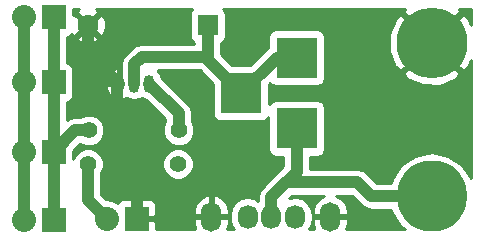
<source format=gbr>
G04 #@! TF.FileFunction,Copper,L1,Top,Signal*
%FSLAX46Y46*%
G04 Gerber Fmt 4.6, Leading zero omitted, Abs format (unit mm)*
G04 Created by KiCad (PCBNEW 4.0.0-rc1-stable) date Sun Oct  2 07:22:39 2016*
%MOMM*%
G01*
G04 APERTURE LIST*
%ADD10C,0.100000*%
%ADD11R,2.032000X2.032000*%
%ADD12O,2.032000X2.032000*%
%ADD13C,1.778000*%
%ADD14R,1.778000X1.778000*%
%ADD15C,1.397000*%
%ADD16C,6.000000*%
%ADD17O,6.000000X6.000000*%
%ADD18O,0.899160X1.501140*%
%ADD19R,3.500120X3.500120*%
%ADD20O,1.727200X2.500000*%
%ADD21O,1.727200X2.032000*%
%ADD22C,1.000000*%
%ADD23C,0.500000*%
%ADD24C,0.254000*%
G04 APERTURE END LIST*
D10*
D11*
X51770000Y-42800000D03*
D12*
X49230000Y-42800000D03*
D11*
X51745000Y-48300000D03*
D12*
X49205000Y-48300000D03*
D11*
X51745000Y-54150000D03*
D12*
X49205000Y-54150000D03*
D11*
X51745000Y-59975000D03*
D12*
X49205000Y-59975000D03*
D11*
X58770000Y-59825000D03*
D12*
X56230000Y-59825000D03*
D13*
X54645000Y-43475000D03*
D14*
X64805000Y-43475000D03*
D15*
X62285000Y-55200000D03*
X54665000Y-55200000D03*
X62335000Y-52350000D03*
X54715000Y-52350000D03*
D16*
X83775000Y-44925000D03*
D17*
X83775000Y-57925000D03*
D18*
X58570000Y-48400000D03*
X59840000Y-48400000D03*
X57300000Y-48400000D03*
D19*
X72325000Y-52200140D03*
X72325000Y-46200660D03*
X67626000Y-49200400D03*
D20*
X75175000Y-59675000D03*
D21*
X72175000Y-59675000D03*
X70175000Y-59675000D03*
X68175000Y-59675000D03*
D20*
X65095000Y-59675000D03*
D22*
X54645000Y-43475000D02*
X54645000Y-45745000D01*
X54645000Y-45745000D02*
X57300000Y-48400000D01*
X58770000Y-59825000D02*
X58770000Y-52495000D01*
X57150000Y-50875000D02*
X57150000Y-48550000D01*
X58770000Y-52495000D02*
X57150000Y-50875000D01*
D23*
X57150000Y-48550000D02*
X57300000Y-48400000D01*
D22*
X49205000Y-54150000D02*
X49205000Y-59975000D01*
X49205000Y-48300000D02*
X49205000Y-54150000D01*
X49230000Y-42800000D02*
X49230000Y-48275000D01*
X49230000Y-48275000D02*
X49205000Y-48300000D01*
X54715000Y-52350000D02*
X53545000Y-52350000D01*
X53545000Y-52350000D02*
X51745000Y-54150000D01*
X51745000Y-48300000D02*
X51745000Y-42825000D01*
X51745000Y-42825000D02*
X51770000Y-42800000D01*
X51745000Y-54150000D02*
X51745000Y-48300000D01*
X51745000Y-59975000D02*
X51745000Y-54150000D01*
X58570000Y-48400000D02*
X58570000Y-46780000D01*
X64575600Y-46150000D02*
X67626000Y-49200400D01*
X59200000Y-46150000D02*
X64575600Y-46150000D01*
X58570000Y-46780000D02*
X59200000Y-46150000D01*
X64805000Y-43475000D02*
X64805000Y-46379400D01*
X64805000Y-46379400D02*
X67626000Y-49200400D01*
X72325000Y-46200660D02*
X70625740Y-46200660D01*
X70625740Y-46200660D02*
X67626000Y-49200400D01*
X54665000Y-55200000D02*
X54665000Y-58260000D01*
X54665000Y-58260000D02*
X56230000Y-59825000D01*
X62335000Y-52350000D02*
X62335000Y-50895000D01*
X62335000Y-50895000D02*
X59840000Y-48400000D01*
X72325000Y-52200140D02*
X72325000Y-55850000D01*
X72325000Y-55850000D02*
X70175000Y-58000000D01*
X83775000Y-57925000D02*
X78650000Y-57925000D01*
X70175000Y-58000000D02*
X70175000Y-59675000D01*
X71425000Y-56750000D02*
X70175000Y-58000000D01*
X77475000Y-56750000D02*
X71425000Y-56750000D01*
X78650000Y-57925000D02*
X77475000Y-56750000D01*
X83775000Y-57925000D02*
X83750000Y-57925000D01*
D24*
G36*
X74205132Y-58139127D02*
X73839075Y-58597778D01*
X73676400Y-59161600D01*
X73676400Y-59548000D01*
X75048000Y-59548000D01*
X75048000Y-59528000D01*
X75302000Y-59528000D01*
X75302000Y-59548000D01*
X76673600Y-59548000D01*
X76673600Y-59161600D01*
X76510925Y-58597778D01*
X76144868Y-58139127D01*
X75684632Y-57885000D01*
X77004868Y-57885000D01*
X77847434Y-58727566D01*
X78215654Y-58973603D01*
X78650000Y-59060000D01*
X80351600Y-59060000D01*
X80416698Y-59387268D01*
X81204667Y-60566547D01*
X81464258Y-60740000D01*
X76514451Y-60740000D01*
X76673600Y-60188400D01*
X76673600Y-59802000D01*
X75302000Y-59802000D01*
X75302000Y-59822000D01*
X75048000Y-59822000D01*
X75048000Y-59802000D01*
X73676400Y-59802000D01*
X73676400Y-60188400D01*
X73835549Y-60740000D01*
X73354551Y-60740000D01*
X73559526Y-60433234D01*
X73673600Y-59859745D01*
X73673600Y-59490255D01*
X73559526Y-58916766D01*
X73234670Y-58430585D01*
X72748489Y-58105729D01*
X72175000Y-57991655D01*
X71692502Y-58087630D01*
X71895132Y-57885000D01*
X74665368Y-57885000D01*
X74205132Y-58139127D01*
X74205132Y-58139127D01*
G37*
X74205132Y-58139127D02*
X73839075Y-58597778D01*
X73676400Y-59161600D01*
X73676400Y-59548000D01*
X75048000Y-59548000D01*
X75048000Y-59528000D01*
X75302000Y-59528000D01*
X75302000Y-59548000D01*
X76673600Y-59548000D01*
X76673600Y-59161600D01*
X76510925Y-58597778D01*
X76144868Y-58139127D01*
X75684632Y-57885000D01*
X77004868Y-57885000D01*
X77847434Y-58727566D01*
X78215654Y-58973603D01*
X78650000Y-59060000D01*
X80351600Y-59060000D01*
X80416698Y-59387268D01*
X81204667Y-60566547D01*
X81464258Y-60740000D01*
X76514451Y-60740000D01*
X76673600Y-60188400D01*
X76673600Y-59802000D01*
X75302000Y-59802000D01*
X75302000Y-59822000D01*
X75048000Y-59822000D01*
X75048000Y-59802000D01*
X73676400Y-59802000D01*
X73676400Y-60188400D01*
X73835549Y-60740000D01*
X73354551Y-60740000D01*
X73559526Y-60433234D01*
X73673600Y-59859745D01*
X73673600Y-59490255D01*
X73559526Y-58916766D01*
X73234670Y-58430585D01*
X72748489Y-58105729D01*
X72175000Y-57991655D01*
X71692502Y-58087630D01*
X71895132Y-57885000D01*
X74665368Y-57885000D01*
X74205132Y-58139127D01*
G36*
X53837467Y-42147461D02*
X53752409Y-42402804D01*
X54645000Y-43295395D01*
X55537591Y-42402804D01*
X55452533Y-42147461D01*
X55349955Y-42110000D01*
X63483068Y-42110000D01*
X63464559Y-42121910D01*
X63319569Y-42334110D01*
X63268560Y-42586000D01*
X63268560Y-44364000D01*
X63312838Y-44599317D01*
X63451910Y-44815441D01*
X63664110Y-44960431D01*
X63670000Y-44961624D01*
X63670000Y-45015000D01*
X59200000Y-45015000D01*
X58765655Y-45101396D01*
X58397434Y-45347433D01*
X57767434Y-45977434D01*
X57521397Y-46345654D01*
X57435000Y-46780000D01*
X57435000Y-47175850D01*
X57427000Y-47181932D01*
X57427000Y-48273000D01*
X57435000Y-48273000D01*
X57435000Y-48400000D01*
X57447000Y-48460328D01*
X57447000Y-48527000D01*
X57427000Y-48527000D01*
X57427000Y-49618068D01*
X57593935Y-49744981D01*
X57930762Y-49580359D01*
X58154949Y-49730156D01*
X58570000Y-49812715D01*
X58985051Y-49730156D01*
X59205000Y-49583191D01*
X59424949Y-49730156D01*
X59599805Y-49764937D01*
X61200000Y-51365132D01*
X61200000Y-51606105D01*
X61001732Y-52083587D01*
X61001269Y-52614086D01*
X61203854Y-53104380D01*
X61578647Y-53479827D01*
X62068587Y-53683268D01*
X62599086Y-53683731D01*
X63089380Y-53481146D01*
X63464827Y-53106353D01*
X63668268Y-52616413D01*
X63668731Y-52085914D01*
X63470000Y-51604947D01*
X63470000Y-50895000D01*
X63383603Y-50460654D01*
X63137566Y-50092434D01*
X60876802Y-47831670D01*
X60842021Y-47656814D01*
X60606914Y-47304951D01*
X60577055Y-47285000D01*
X64105468Y-47285000D01*
X65228500Y-48408032D01*
X65228500Y-50950460D01*
X65272778Y-51185777D01*
X65411850Y-51401901D01*
X65624050Y-51546891D01*
X65875940Y-51597900D01*
X69376060Y-51597900D01*
X69611377Y-51553622D01*
X69827501Y-51414550D01*
X69927500Y-51268197D01*
X69927500Y-53950200D01*
X69971778Y-54185517D01*
X70110850Y-54401641D01*
X70323050Y-54546631D01*
X70574940Y-54597640D01*
X71190000Y-54597640D01*
X71190000Y-55379868D01*
X69372434Y-57197434D01*
X69126397Y-57565654D01*
X69040000Y-58000000D01*
X69040000Y-58300511D01*
X68748489Y-58105729D01*
X68175000Y-57991655D01*
X67601511Y-58105729D01*
X67115330Y-58430585D01*
X66790474Y-58916766D01*
X66676400Y-59490255D01*
X66676400Y-59859745D01*
X66790474Y-60433234D01*
X66995449Y-60740000D01*
X66434451Y-60740000D01*
X66593600Y-60188400D01*
X66593600Y-59802000D01*
X65222000Y-59802000D01*
X65222000Y-59822000D01*
X64968000Y-59822000D01*
X64968000Y-59802000D01*
X63596400Y-59802000D01*
X63596400Y-60188400D01*
X63755549Y-60740000D01*
X60421000Y-60740000D01*
X60421000Y-60110750D01*
X60262250Y-59952000D01*
X58897000Y-59952000D01*
X58897000Y-59972000D01*
X58643000Y-59972000D01*
X58643000Y-59952000D01*
X58623000Y-59952000D01*
X58623000Y-59698000D01*
X58643000Y-59698000D01*
X58643000Y-58332750D01*
X58897000Y-58332750D01*
X58897000Y-59698000D01*
X60262250Y-59698000D01*
X60421000Y-59539250D01*
X60421000Y-59161600D01*
X63596400Y-59161600D01*
X63596400Y-59548000D01*
X64968000Y-59548000D01*
X64968000Y-57954783D01*
X65222000Y-57954783D01*
X65222000Y-59548000D01*
X66593600Y-59548000D01*
X66593600Y-59161600D01*
X66430925Y-58597778D01*
X66064868Y-58139127D01*
X65551157Y-57855473D01*
X65454026Y-57833642D01*
X65222000Y-57954783D01*
X64968000Y-57954783D01*
X64735974Y-57833642D01*
X64638843Y-57855473D01*
X64125132Y-58139127D01*
X63759075Y-58597778D01*
X63596400Y-59161600D01*
X60421000Y-59161600D01*
X60421000Y-58682690D01*
X60324327Y-58449301D01*
X60145698Y-58270673D01*
X59912309Y-58174000D01*
X59055750Y-58174000D01*
X58897000Y-58332750D01*
X58643000Y-58332750D01*
X58484250Y-58174000D01*
X57627691Y-58174000D01*
X57394302Y-58270673D01*
X57215673Y-58449301D01*
X57194519Y-58500372D01*
X56894155Y-58299675D01*
X56262345Y-58174000D01*
X56197655Y-58174000D01*
X56186376Y-58176244D01*
X55800000Y-57789868D01*
X55800000Y-55943895D01*
X55998268Y-55466413D01*
X55998270Y-55464086D01*
X60951269Y-55464086D01*
X61153854Y-55954380D01*
X61528647Y-56329827D01*
X62018587Y-56533268D01*
X62549086Y-56533731D01*
X63039380Y-56331146D01*
X63414827Y-55956353D01*
X63618268Y-55466413D01*
X63618731Y-54935914D01*
X63416146Y-54445620D01*
X63041353Y-54070173D01*
X62551413Y-53866732D01*
X62020914Y-53866269D01*
X61530620Y-54068854D01*
X61155173Y-54443647D01*
X60951732Y-54933587D01*
X60951269Y-55464086D01*
X55998270Y-55464086D01*
X55998731Y-54935914D01*
X55796146Y-54445620D01*
X55421353Y-54070173D01*
X54931413Y-53866732D01*
X54400914Y-53866269D01*
X53910620Y-54068854D01*
X53535173Y-54443647D01*
X53408440Y-54748854D01*
X53408440Y-54091692D01*
X54002214Y-53497918D01*
X54448587Y-53683268D01*
X54979086Y-53683731D01*
X55469380Y-53481146D01*
X55844827Y-53106353D01*
X56048268Y-52616413D01*
X56048731Y-52085914D01*
X55846146Y-51595620D01*
X55471353Y-51220173D01*
X54981413Y-51016732D01*
X54450914Y-51016269D01*
X53969947Y-51215000D01*
X53545000Y-51215000D01*
X53110654Y-51301397D01*
X52880000Y-51455515D01*
X52880000Y-49941049D01*
X52996317Y-49919162D01*
X53212441Y-49780090D01*
X53357431Y-49567890D01*
X53408440Y-49316000D01*
X53408440Y-48527000D01*
X56215420Y-48527000D01*
X56215420Y-48827990D01*
X56346580Y-49233373D01*
X56622889Y-49557706D01*
X57006065Y-49744981D01*
X57173000Y-49618068D01*
X57173000Y-48527000D01*
X56215420Y-48527000D01*
X53408440Y-48527000D01*
X53408440Y-47972010D01*
X56215420Y-47972010D01*
X56215420Y-48273000D01*
X57173000Y-48273000D01*
X57173000Y-47181932D01*
X57006065Y-47055019D01*
X56622889Y-47242294D01*
X56346580Y-47566627D01*
X56215420Y-47972010D01*
X53408440Y-47972010D01*
X53408440Y-47284000D01*
X53364162Y-47048683D01*
X53225090Y-46832559D01*
X53012890Y-46687569D01*
X52880000Y-46660658D01*
X52880000Y-44547196D01*
X53752409Y-44547196D01*
X53837467Y-44802539D01*
X54406965Y-45010516D01*
X55012700Y-44984723D01*
X55452533Y-44802539D01*
X55537591Y-44547196D01*
X54645000Y-43654605D01*
X53752409Y-44547196D01*
X52880000Y-44547196D01*
X52880000Y-44445753D01*
X53021317Y-44419162D01*
X53237441Y-44280090D01*
X53286630Y-44208100D01*
X53317461Y-44282533D01*
X53572804Y-44367591D01*
X54465395Y-43475000D01*
X54824605Y-43475000D01*
X55717196Y-44367591D01*
X55972539Y-44282533D01*
X56180516Y-43713035D01*
X56154723Y-43107300D01*
X55972539Y-42667467D01*
X55717196Y-42582409D01*
X54824605Y-43475000D01*
X54465395Y-43475000D01*
X53572804Y-42582409D01*
X53433440Y-42628833D01*
X53433440Y-42110000D01*
X53927906Y-42110000D01*
X53837467Y-42147461D01*
X53837467Y-42147461D01*
G37*
X53837467Y-42147461D02*
X53752409Y-42402804D01*
X54645000Y-43295395D01*
X55537591Y-42402804D01*
X55452533Y-42147461D01*
X55349955Y-42110000D01*
X63483068Y-42110000D01*
X63464559Y-42121910D01*
X63319569Y-42334110D01*
X63268560Y-42586000D01*
X63268560Y-44364000D01*
X63312838Y-44599317D01*
X63451910Y-44815441D01*
X63664110Y-44960431D01*
X63670000Y-44961624D01*
X63670000Y-45015000D01*
X59200000Y-45015000D01*
X58765655Y-45101396D01*
X58397434Y-45347433D01*
X57767434Y-45977434D01*
X57521397Y-46345654D01*
X57435000Y-46780000D01*
X57435000Y-47175850D01*
X57427000Y-47181932D01*
X57427000Y-48273000D01*
X57435000Y-48273000D01*
X57435000Y-48400000D01*
X57447000Y-48460328D01*
X57447000Y-48527000D01*
X57427000Y-48527000D01*
X57427000Y-49618068D01*
X57593935Y-49744981D01*
X57930762Y-49580359D01*
X58154949Y-49730156D01*
X58570000Y-49812715D01*
X58985051Y-49730156D01*
X59205000Y-49583191D01*
X59424949Y-49730156D01*
X59599805Y-49764937D01*
X61200000Y-51365132D01*
X61200000Y-51606105D01*
X61001732Y-52083587D01*
X61001269Y-52614086D01*
X61203854Y-53104380D01*
X61578647Y-53479827D01*
X62068587Y-53683268D01*
X62599086Y-53683731D01*
X63089380Y-53481146D01*
X63464827Y-53106353D01*
X63668268Y-52616413D01*
X63668731Y-52085914D01*
X63470000Y-51604947D01*
X63470000Y-50895000D01*
X63383603Y-50460654D01*
X63137566Y-50092434D01*
X60876802Y-47831670D01*
X60842021Y-47656814D01*
X60606914Y-47304951D01*
X60577055Y-47285000D01*
X64105468Y-47285000D01*
X65228500Y-48408032D01*
X65228500Y-50950460D01*
X65272778Y-51185777D01*
X65411850Y-51401901D01*
X65624050Y-51546891D01*
X65875940Y-51597900D01*
X69376060Y-51597900D01*
X69611377Y-51553622D01*
X69827501Y-51414550D01*
X69927500Y-51268197D01*
X69927500Y-53950200D01*
X69971778Y-54185517D01*
X70110850Y-54401641D01*
X70323050Y-54546631D01*
X70574940Y-54597640D01*
X71190000Y-54597640D01*
X71190000Y-55379868D01*
X69372434Y-57197434D01*
X69126397Y-57565654D01*
X69040000Y-58000000D01*
X69040000Y-58300511D01*
X68748489Y-58105729D01*
X68175000Y-57991655D01*
X67601511Y-58105729D01*
X67115330Y-58430585D01*
X66790474Y-58916766D01*
X66676400Y-59490255D01*
X66676400Y-59859745D01*
X66790474Y-60433234D01*
X66995449Y-60740000D01*
X66434451Y-60740000D01*
X66593600Y-60188400D01*
X66593600Y-59802000D01*
X65222000Y-59802000D01*
X65222000Y-59822000D01*
X64968000Y-59822000D01*
X64968000Y-59802000D01*
X63596400Y-59802000D01*
X63596400Y-60188400D01*
X63755549Y-60740000D01*
X60421000Y-60740000D01*
X60421000Y-60110750D01*
X60262250Y-59952000D01*
X58897000Y-59952000D01*
X58897000Y-59972000D01*
X58643000Y-59972000D01*
X58643000Y-59952000D01*
X58623000Y-59952000D01*
X58623000Y-59698000D01*
X58643000Y-59698000D01*
X58643000Y-58332750D01*
X58897000Y-58332750D01*
X58897000Y-59698000D01*
X60262250Y-59698000D01*
X60421000Y-59539250D01*
X60421000Y-59161600D01*
X63596400Y-59161600D01*
X63596400Y-59548000D01*
X64968000Y-59548000D01*
X64968000Y-57954783D01*
X65222000Y-57954783D01*
X65222000Y-59548000D01*
X66593600Y-59548000D01*
X66593600Y-59161600D01*
X66430925Y-58597778D01*
X66064868Y-58139127D01*
X65551157Y-57855473D01*
X65454026Y-57833642D01*
X65222000Y-57954783D01*
X64968000Y-57954783D01*
X64735974Y-57833642D01*
X64638843Y-57855473D01*
X64125132Y-58139127D01*
X63759075Y-58597778D01*
X63596400Y-59161600D01*
X60421000Y-59161600D01*
X60421000Y-58682690D01*
X60324327Y-58449301D01*
X60145698Y-58270673D01*
X59912309Y-58174000D01*
X59055750Y-58174000D01*
X58897000Y-58332750D01*
X58643000Y-58332750D01*
X58484250Y-58174000D01*
X57627691Y-58174000D01*
X57394302Y-58270673D01*
X57215673Y-58449301D01*
X57194519Y-58500372D01*
X56894155Y-58299675D01*
X56262345Y-58174000D01*
X56197655Y-58174000D01*
X56186376Y-58176244D01*
X55800000Y-57789868D01*
X55800000Y-55943895D01*
X55998268Y-55466413D01*
X55998270Y-55464086D01*
X60951269Y-55464086D01*
X61153854Y-55954380D01*
X61528647Y-56329827D01*
X62018587Y-56533268D01*
X62549086Y-56533731D01*
X63039380Y-56331146D01*
X63414827Y-55956353D01*
X63618268Y-55466413D01*
X63618731Y-54935914D01*
X63416146Y-54445620D01*
X63041353Y-54070173D01*
X62551413Y-53866732D01*
X62020914Y-53866269D01*
X61530620Y-54068854D01*
X61155173Y-54443647D01*
X60951732Y-54933587D01*
X60951269Y-55464086D01*
X55998270Y-55464086D01*
X55998731Y-54935914D01*
X55796146Y-54445620D01*
X55421353Y-54070173D01*
X54931413Y-53866732D01*
X54400914Y-53866269D01*
X53910620Y-54068854D01*
X53535173Y-54443647D01*
X53408440Y-54748854D01*
X53408440Y-54091692D01*
X54002214Y-53497918D01*
X54448587Y-53683268D01*
X54979086Y-53683731D01*
X55469380Y-53481146D01*
X55844827Y-53106353D01*
X56048268Y-52616413D01*
X56048731Y-52085914D01*
X55846146Y-51595620D01*
X55471353Y-51220173D01*
X54981413Y-51016732D01*
X54450914Y-51016269D01*
X53969947Y-51215000D01*
X53545000Y-51215000D01*
X53110654Y-51301397D01*
X52880000Y-51455515D01*
X52880000Y-49941049D01*
X52996317Y-49919162D01*
X53212441Y-49780090D01*
X53357431Y-49567890D01*
X53408440Y-49316000D01*
X53408440Y-48527000D01*
X56215420Y-48527000D01*
X56215420Y-48827990D01*
X56346580Y-49233373D01*
X56622889Y-49557706D01*
X57006065Y-49744981D01*
X57173000Y-49618068D01*
X57173000Y-48527000D01*
X56215420Y-48527000D01*
X53408440Y-48527000D01*
X53408440Y-47972010D01*
X56215420Y-47972010D01*
X56215420Y-48273000D01*
X57173000Y-48273000D01*
X57173000Y-47181932D01*
X57006065Y-47055019D01*
X56622889Y-47242294D01*
X56346580Y-47566627D01*
X56215420Y-47972010D01*
X53408440Y-47972010D01*
X53408440Y-47284000D01*
X53364162Y-47048683D01*
X53225090Y-46832559D01*
X53012890Y-46687569D01*
X52880000Y-46660658D01*
X52880000Y-44547196D01*
X53752409Y-44547196D01*
X53837467Y-44802539D01*
X54406965Y-45010516D01*
X55012700Y-44984723D01*
X55452533Y-44802539D01*
X55537591Y-44547196D01*
X54645000Y-43654605D01*
X53752409Y-44547196D01*
X52880000Y-44547196D01*
X52880000Y-44445753D01*
X53021317Y-44419162D01*
X53237441Y-44280090D01*
X53286630Y-44208100D01*
X53317461Y-44282533D01*
X53572804Y-44367591D01*
X54465395Y-43475000D01*
X54824605Y-43475000D01*
X55717196Y-44367591D01*
X55972539Y-44282533D01*
X56180516Y-43713035D01*
X56154723Y-43107300D01*
X55972539Y-42667467D01*
X55717196Y-42582409D01*
X54824605Y-43475000D01*
X54465395Y-43475000D01*
X53572804Y-42582409D01*
X53433440Y-42628833D01*
X53433440Y-42110000D01*
X53927906Y-42110000D01*
X53837467Y-42147461D01*
G36*
X81357975Y-42328370D02*
X83775000Y-44745395D01*
X86192025Y-42328370D01*
X86034410Y-42110000D01*
X87090000Y-42110000D01*
X87090000Y-43427789D01*
X86866854Y-42881361D01*
X86846277Y-42850566D01*
X86371630Y-42507975D01*
X83954605Y-44925000D01*
X86371630Y-47342025D01*
X86846277Y-46999434D01*
X87090000Y-46419252D01*
X87090000Y-56397926D01*
X86345333Y-55283453D01*
X85166054Y-54495484D01*
X83775000Y-54218786D01*
X82383946Y-54495484D01*
X81204667Y-55283453D01*
X80416698Y-56462732D01*
X80351600Y-56790000D01*
X79120132Y-56790000D01*
X78277566Y-55947434D01*
X77909346Y-55701397D01*
X77475000Y-55615000D01*
X73460000Y-55615000D01*
X73460000Y-54597640D01*
X74075060Y-54597640D01*
X74310377Y-54553362D01*
X74526501Y-54414290D01*
X74671491Y-54202090D01*
X74722500Y-53950200D01*
X74722500Y-50450080D01*
X74678222Y-50214763D01*
X74539150Y-49998639D01*
X74326950Y-49853649D01*
X74075060Y-49802640D01*
X70574940Y-49802640D01*
X70339623Y-49846918D01*
X70123499Y-49985990D01*
X70023500Y-50132343D01*
X70023500Y-48408032D01*
X70078948Y-48352584D01*
X70110850Y-48402161D01*
X70323050Y-48547151D01*
X70574940Y-48598160D01*
X74075060Y-48598160D01*
X74310377Y-48553882D01*
X74526501Y-48414810D01*
X74671491Y-48202610D01*
X74722500Y-47950720D01*
X74722500Y-47521630D01*
X81357975Y-47521630D01*
X81700566Y-47996277D01*
X83033800Y-48556342D01*
X84479875Y-48563568D01*
X85818639Y-48016854D01*
X85849434Y-47996277D01*
X86192025Y-47521630D01*
X83775000Y-45104605D01*
X81357975Y-47521630D01*
X74722500Y-47521630D01*
X74722500Y-45629875D01*
X80136432Y-45629875D01*
X80683146Y-46968639D01*
X80703723Y-46999434D01*
X81178370Y-47342025D01*
X83595395Y-44925000D01*
X81178370Y-42507975D01*
X80703723Y-42850566D01*
X80143658Y-44183800D01*
X80136432Y-45629875D01*
X74722500Y-45629875D01*
X74722500Y-44450600D01*
X74678222Y-44215283D01*
X74539150Y-43999159D01*
X74326950Y-43854169D01*
X74075060Y-43803160D01*
X70574940Y-43803160D01*
X70339623Y-43847438D01*
X70123499Y-43986510D01*
X69978509Y-44198710D01*
X69927500Y-44450600D01*
X69927500Y-45328386D01*
X69898992Y-45347434D01*
X69823174Y-45398094D01*
X68418368Y-46802900D01*
X66833632Y-46802900D01*
X65940000Y-45909268D01*
X65940000Y-44960288D01*
X66145441Y-44828090D01*
X66290431Y-44615890D01*
X66341440Y-44364000D01*
X66341440Y-42586000D01*
X66297162Y-42350683D01*
X66158090Y-42134559D01*
X66122147Y-42110000D01*
X81515590Y-42110000D01*
X81357975Y-42328370D01*
X81357975Y-42328370D01*
G37*
X81357975Y-42328370D02*
X83775000Y-44745395D01*
X86192025Y-42328370D01*
X86034410Y-42110000D01*
X87090000Y-42110000D01*
X87090000Y-43427789D01*
X86866854Y-42881361D01*
X86846277Y-42850566D01*
X86371630Y-42507975D01*
X83954605Y-44925000D01*
X86371630Y-47342025D01*
X86846277Y-46999434D01*
X87090000Y-46419252D01*
X87090000Y-56397926D01*
X86345333Y-55283453D01*
X85166054Y-54495484D01*
X83775000Y-54218786D01*
X82383946Y-54495484D01*
X81204667Y-55283453D01*
X80416698Y-56462732D01*
X80351600Y-56790000D01*
X79120132Y-56790000D01*
X78277566Y-55947434D01*
X77909346Y-55701397D01*
X77475000Y-55615000D01*
X73460000Y-55615000D01*
X73460000Y-54597640D01*
X74075060Y-54597640D01*
X74310377Y-54553362D01*
X74526501Y-54414290D01*
X74671491Y-54202090D01*
X74722500Y-53950200D01*
X74722500Y-50450080D01*
X74678222Y-50214763D01*
X74539150Y-49998639D01*
X74326950Y-49853649D01*
X74075060Y-49802640D01*
X70574940Y-49802640D01*
X70339623Y-49846918D01*
X70123499Y-49985990D01*
X70023500Y-50132343D01*
X70023500Y-48408032D01*
X70078948Y-48352584D01*
X70110850Y-48402161D01*
X70323050Y-48547151D01*
X70574940Y-48598160D01*
X74075060Y-48598160D01*
X74310377Y-48553882D01*
X74526501Y-48414810D01*
X74671491Y-48202610D01*
X74722500Y-47950720D01*
X74722500Y-47521630D01*
X81357975Y-47521630D01*
X81700566Y-47996277D01*
X83033800Y-48556342D01*
X84479875Y-48563568D01*
X85818639Y-48016854D01*
X85849434Y-47996277D01*
X86192025Y-47521630D01*
X83775000Y-45104605D01*
X81357975Y-47521630D01*
X74722500Y-47521630D01*
X74722500Y-45629875D01*
X80136432Y-45629875D01*
X80683146Y-46968639D01*
X80703723Y-46999434D01*
X81178370Y-47342025D01*
X83595395Y-44925000D01*
X81178370Y-42507975D01*
X80703723Y-42850566D01*
X80143658Y-44183800D01*
X80136432Y-45629875D01*
X74722500Y-45629875D01*
X74722500Y-44450600D01*
X74678222Y-44215283D01*
X74539150Y-43999159D01*
X74326950Y-43854169D01*
X74075060Y-43803160D01*
X70574940Y-43803160D01*
X70339623Y-43847438D01*
X70123499Y-43986510D01*
X69978509Y-44198710D01*
X69927500Y-44450600D01*
X69927500Y-45328386D01*
X69898992Y-45347434D01*
X69823174Y-45398094D01*
X68418368Y-46802900D01*
X66833632Y-46802900D01*
X65940000Y-45909268D01*
X65940000Y-44960288D01*
X66145441Y-44828090D01*
X66290431Y-44615890D01*
X66341440Y-44364000D01*
X66341440Y-42586000D01*
X66297162Y-42350683D01*
X66158090Y-42134559D01*
X66122147Y-42110000D01*
X81515590Y-42110000D01*
X81357975Y-42328370D01*
M02*

</source>
